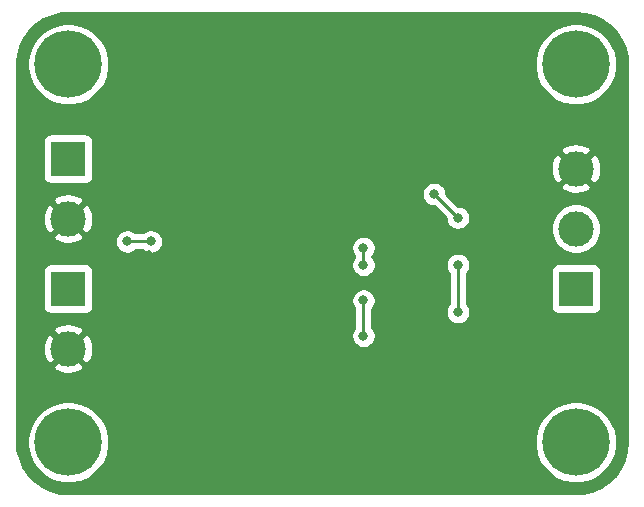
<source format=gbl>
G04 #@! TF.GenerationSoftware,KiCad,Pcbnew,(5.1.9)-1*
G04 #@! TF.CreationDate,2021-08-16T02:32:56+12:00*
G04 #@! TF.ProjectId,Input,496e7075-742e-46b6-9963-61645f706362,rev?*
G04 #@! TF.SameCoordinates,Original*
G04 #@! TF.FileFunction,Copper,L2,Bot*
G04 #@! TF.FilePolarity,Positive*
%FSLAX46Y46*%
G04 Gerber Fmt 4.6, Leading zero omitted, Abs format (unit mm)*
G04 Created by KiCad (PCBNEW (5.1.9)-1) date 2021-08-16 02:32:56*
%MOMM*%
%LPD*%
G01*
G04 APERTURE LIST*
G04 #@! TA.AperFunction,ComponentPad*
%ADD10C,3.000000*%
G04 #@! TD*
G04 #@! TA.AperFunction,ComponentPad*
%ADD11R,3.000000X3.000000*%
G04 #@! TD*
G04 #@! TA.AperFunction,ComponentPad*
%ADD12C,5.700000*%
G04 #@! TD*
G04 #@! TA.AperFunction,ViaPad*
%ADD13C,0.800000*%
G04 #@! TD*
G04 #@! TA.AperFunction,ViaPad*
%ADD14C,0.500000*%
G04 #@! TD*
G04 #@! TA.AperFunction,Conductor*
%ADD15C,0.250000*%
G04 #@! TD*
G04 #@! TA.AperFunction,Conductor*
%ADD16C,0.254000*%
G04 #@! TD*
G04 #@! TA.AperFunction,Conductor*
%ADD17C,0.100000*%
G04 #@! TD*
G04 APERTURE END LIST*
D10*
X183000000Y413160000D03*
X183000000Y408080000D03*
D11*
X183000000Y403000000D03*
D10*
X140000000Y397920000D03*
D11*
X140000000Y403000000D03*
D10*
X140000000Y408920000D03*
D11*
X140000000Y414000000D03*
D12*
X183000000Y390000000D03*
X140000000Y390000000D03*
X183000000Y422000000D03*
X140000000Y422000000D03*
D13*
X165000000Y406450000D03*
X165000000Y405000000D03*
X165000000Y399000000D03*
X165000000Y402000000D03*
D14*
X159910000Y410580000D03*
X158890000Y410590000D03*
X168420000Y403930000D03*
X168420000Y405030000D03*
X168490000Y403040000D03*
X161690000Y400530000D03*
X161700000Y401420000D03*
X161720000Y399620000D03*
X166390000Y401250000D03*
X160370000Y397050000D03*
X154460000Y398370000D03*
X152560000Y399760000D03*
X156040000Y403050000D03*
X154850000Y401850000D03*
X146870000Y406050000D03*
X148110000Y406000000D03*
X166430000Y397340000D03*
X170040000Y406210000D03*
X171100000Y406210000D03*
D13*
X145000000Y407000000D03*
X147000000Y407000000D03*
X171000000Y411000000D03*
X173000000Y409000000D03*
X173000000Y405000000D03*
X173000000Y401000000D03*
D15*
X165000000Y406450000D02*
X165000000Y405000000D01*
X165000000Y399000000D02*
X165000000Y402000000D01*
X145000000Y407000000D02*
X147000000Y407000000D01*
X171000000Y411000000D02*
X173000000Y409000000D01*
X173000000Y405000000D02*
X173000000Y401000000D01*
D16*
X183768083Y426268827D02*
X184511891Y426065344D01*
X185207905Y425733362D01*
X185834130Y425283374D01*
X186370777Y424729597D01*
X186800871Y424089549D01*
X187110829Y423383447D01*
X187292065Y422628543D01*
X187340000Y421975793D01*
X187340001Y390029403D01*
X187268827Y389231917D01*
X187065344Y388488110D01*
X186733363Y387792096D01*
X186283374Y387165870D01*
X185729597Y386629223D01*
X185089549Y386199129D01*
X184383447Y385889171D01*
X183628543Y385707935D01*
X182975793Y385660000D01*
X140029392Y385660000D01*
X139231917Y385731173D01*
X138488110Y385934656D01*
X137792096Y386266637D01*
X137165870Y386716626D01*
X136629223Y387270403D01*
X136199129Y387910451D01*
X135889171Y388616553D01*
X135707935Y389371457D01*
X135660000Y390024207D01*
X135660000Y390343242D01*
X136515000Y390343242D01*
X136515000Y389656758D01*
X136648927Y388983463D01*
X136911633Y388349234D01*
X137293024Y387778442D01*
X137778442Y387293024D01*
X138349234Y386911633D01*
X138983463Y386648927D01*
X139656758Y386515000D01*
X140343242Y386515000D01*
X141016537Y386648927D01*
X141650766Y386911633D01*
X142221558Y387293024D01*
X142706976Y387778442D01*
X143088367Y388349234D01*
X143351073Y388983463D01*
X143485000Y389656758D01*
X143485000Y390343242D01*
X179515000Y390343242D01*
X179515000Y389656758D01*
X179648927Y388983463D01*
X179911633Y388349234D01*
X180293024Y387778442D01*
X180778442Y387293024D01*
X181349234Y386911633D01*
X181983463Y386648927D01*
X182656758Y386515000D01*
X183343242Y386515000D01*
X184016537Y386648927D01*
X184650766Y386911633D01*
X185221558Y387293024D01*
X185706976Y387778442D01*
X186088367Y388349234D01*
X186351073Y388983463D01*
X186485000Y389656758D01*
X186485000Y390343242D01*
X186351073Y391016537D01*
X186088367Y391650766D01*
X185706976Y392221558D01*
X185221558Y392706976D01*
X184650766Y393088367D01*
X184016537Y393351073D01*
X183343242Y393485000D01*
X182656758Y393485000D01*
X181983463Y393351073D01*
X181349234Y393088367D01*
X180778442Y392706976D01*
X180293024Y392221558D01*
X179911633Y391650766D01*
X179648927Y391016537D01*
X179515000Y390343242D01*
X143485000Y390343242D01*
X143351073Y391016537D01*
X143088367Y391650766D01*
X142706976Y392221558D01*
X142221558Y392706976D01*
X141650766Y393088367D01*
X141016537Y393351073D01*
X140343242Y393485000D01*
X139656758Y393485000D01*
X138983463Y393351073D01*
X138349234Y393088367D01*
X137778442Y392706976D01*
X137293024Y392221558D01*
X136911633Y391650766D01*
X136648927Y391016537D01*
X136515000Y390343242D01*
X135660000Y390343242D01*
X135660000Y396428347D01*
X138687952Y396428347D01*
X138843962Y396112786D01*
X139218745Y395921980D01*
X139623551Y395807956D01*
X140042824Y395775098D01*
X140460451Y395824666D01*
X140860383Y395954757D01*
X141156038Y396112786D01*
X141312048Y396428347D01*
X140000000Y397740395D01*
X138687952Y396428347D01*
X135660000Y396428347D01*
X135660000Y397877176D01*
X137855098Y397877176D01*
X137904666Y397459549D01*
X138034757Y397059617D01*
X138192786Y396763962D01*
X138508347Y396607952D01*
X139820395Y397920000D01*
X140179605Y397920000D01*
X141491653Y396607952D01*
X141807214Y396763962D01*
X141998020Y397138745D01*
X142112044Y397543551D01*
X142144902Y397962824D01*
X142095334Y398380451D01*
X141965243Y398780383D01*
X141807214Y399076038D01*
X141491653Y399232048D01*
X140179605Y397920000D01*
X139820395Y397920000D01*
X138508347Y399232048D01*
X138192786Y399076038D01*
X138001980Y398701255D01*
X137887956Y398296449D01*
X137855098Y397877176D01*
X135660000Y397877176D01*
X135660000Y399411653D01*
X138687952Y399411653D01*
X140000000Y398099605D01*
X141312048Y399411653D01*
X141156038Y399727214D01*
X140781255Y399918020D01*
X140376449Y400032044D01*
X139957176Y400064902D01*
X139539549Y400015334D01*
X139139617Y399885243D01*
X138843962Y399727214D01*
X138687952Y399411653D01*
X135660000Y399411653D01*
X135660000Y404500000D01*
X137861928Y404500000D01*
X137861928Y401500000D01*
X137874188Y401375518D01*
X137910498Y401255820D01*
X137969463Y401145506D01*
X138048815Y401048815D01*
X138145506Y400969463D01*
X138255820Y400910498D01*
X138375518Y400874188D01*
X138500000Y400861928D01*
X141500000Y400861928D01*
X141624482Y400874188D01*
X141744180Y400910498D01*
X141854494Y400969463D01*
X141951185Y401048815D01*
X142030537Y401145506D01*
X142089502Y401255820D01*
X142125812Y401375518D01*
X142138072Y401500000D01*
X142138072Y402101939D01*
X163965000Y402101939D01*
X163965000Y401898061D01*
X164004774Y401698102D01*
X164082795Y401509744D01*
X164196063Y401340226D01*
X164240001Y401296288D01*
X164240000Y399703711D01*
X164196063Y399659774D01*
X164082795Y399490256D01*
X164004774Y399301898D01*
X163965000Y399101939D01*
X163965000Y398898061D01*
X164004774Y398698102D01*
X164082795Y398509744D01*
X164196063Y398340226D01*
X164340226Y398196063D01*
X164509744Y398082795D01*
X164698102Y398004774D01*
X164898061Y397965000D01*
X165101939Y397965000D01*
X165301898Y398004774D01*
X165490256Y398082795D01*
X165659774Y398196063D01*
X165803937Y398340226D01*
X165917205Y398509744D01*
X165995226Y398698102D01*
X166035000Y398898061D01*
X166035000Y399101939D01*
X165995226Y399301898D01*
X165917205Y399490256D01*
X165803937Y399659774D01*
X165760000Y399703711D01*
X165760000Y401296289D01*
X165803937Y401340226D01*
X165917205Y401509744D01*
X165995226Y401698102D01*
X166035000Y401898061D01*
X166035000Y402101939D01*
X165995226Y402301898D01*
X165917205Y402490256D01*
X165803937Y402659774D01*
X165659774Y402803937D01*
X165490256Y402917205D01*
X165301898Y402995226D01*
X165101939Y403035000D01*
X164898061Y403035000D01*
X164698102Y402995226D01*
X164509744Y402917205D01*
X164340226Y402803937D01*
X164196063Y402659774D01*
X164082795Y402490256D01*
X164004774Y402301898D01*
X163965000Y402101939D01*
X142138072Y402101939D01*
X142138072Y404500000D01*
X142125812Y404624482D01*
X142089502Y404744180D01*
X142030537Y404854494D01*
X141951185Y404951185D01*
X141854494Y405030537D01*
X141744180Y405089502D01*
X141624482Y405125812D01*
X141500000Y405138072D01*
X138500000Y405138072D01*
X138375518Y405125812D01*
X138255820Y405089502D01*
X138145506Y405030537D01*
X138048815Y404951185D01*
X137969463Y404854494D01*
X137910498Y404744180D01*
X137874188Y404624482D01*
X137861928Y404500000D01*
X135660000Y404500000D01*
X135660000Y407428347D01*
X138687952Y407428347D01*
X138843962Y407112786D01*
X139218745Y406921980D01*
X139623551Y406807956D01*
X140042824Y406775098D01*
X140460451Y406824666D01*
X140860383Y406954757D01*
X141135744Y407101939D01*
X143965000Y407101939D01*
X143965000Y406898061D01*
X144004774Y406698102D01*
X144082795Y406509744D01*
X144196063Y406340226D01*
X144340226Y406196063D01*
X144509744Y406082795D01*
X144698102Y406004774D01*
X144898061Y405965000D01*
X145101939Y405965000D01*
X145301898Y406004774D01*
X145490256Y406082795D01*
X145659774Y406196063D01*
X145703711Y406240000D01*
X146296289Y406240000D01*
X146340226Y406196063D01*
X146509744Y406082795D01*
X146698102Y406004774D01*
X146898061Y405965000D01*
X147101939Y405965000D01*
X147301898Y406004774D01*
X147490256Y406082795D01*
X147659774Y406196063D01*
X147803937Y406340226D01*
X147917205Y406509744D01*
X147934682Y406551939D01*
X163965000Y406551939D01*
X163965000Y406348061D01*
X164004774Y406148102D01*
X164082795Y405959744D01*
X164196063Y405790226D01*
X164240000Y405746289D01*
X164240001Y405703712D01*
X164196063Y405659774D01*
X164082795Y405490256D01*
X164004774Y405301898D01*
X163965000Y405101939D01*
X163965000Y404898061D01*
X164004774Y404698102D01*
X164082795Y404509744D01*
X164196063Y404340226D01*
X164340226Y404196063D01*
X164509744Y404082795D01*
X164698102Y404004774D01*
X164898061Y403965000D01*
X165101939Y403965000D01*
X165301898Y404004774D01*
X165490256Y404082795D01*
X165659774Y404196063D01*
X165803937Y404340226D01*
X165917205Y404509744D01*
X165995226Y404698102D01*
X166035000Y404898061D01*
X166035000Y405101939D01*
X171965000Y405101939D01*
X171965000Y404898061D01*
X172004774Y404698102D01*
X172082795Y404509744D01*
X172196063Y404340226D01*
X172240000Y404296289D01*
X172240001Y401703712D01*
X172196063Y401659774D01*
X172082795Y401490256D01*
X172004774Y401301898D01*
X171965000Y401101939D01*
X171965000Y400898061D01*
X172004774Y400698102D01*
X172082795Y400509744D01*
X172196063Y400340226D01*
X172340226Y400196063D01*
X172509744Y400082795D01*
X172698102Y400004774D01*
X172898061Y399965000D01*
X173101939Y399965000D01*
X173301898Y400004774D01*
X173490256Y400082795D01*
X173659774Y400196063D01*
X173803937Y400340226D01*
X173917205Y400509744D01*
X173995226Y400698102D01*
X174035000Y400898061D01*
X174035000Y401101939D01*
X173995226Y401301898D01*
X173917205Y401490256D01*
X173803937Y401659774D01*
X173760000Y401703711D01*
X173760000Y404296289D01*
X173803937Y404340226D01*
X173910694Y404500000D01*
X180861928Y404500000D01*
X180861928Y401500000D01*
X180874188Y401375518D01*
X180910498Y401255820D01*
X180969463Y401145506D01*
X181048815Y401048815D01*
X181145506Y400969463D01*
X181255820Y400910498D01*
X181375518Y400874188D01*
X181500000Y400861928D01*
X184500000Y400861928D01*
X184624482Y400874188D01*
X184744180Y400910498D01*
X184854494Y400969463D01*
X184951185Y401048815D01*
X185030537Y401145506D01*
X185089502Y401255820D01*
X185125812Y401375518D01*
X185138072Y401500000D01*
X185138072Y404500000D01*
X185125812Y404624482D01*
X185089502Y404744180D01*
X185030537Y404854494D01*
X184951185Y404951185D01*
X184854494Y405030537D01*
X184744180Y405089502D01*
X184624482Y405125812D01*
X184500000Y405138072D01*
X181500000Y405138072D01*
X181375518Y405125812D01*
X181255820Y405089502D01*
X181145506Y405030537D01*
X181048815Y404951185D01*
X180969463Y404854494D01*
X180910498Y404744180D01*
X180874188Y404624482D01*
X180861928Y404500000D01*
X173910694Y404500000D01*
X173917205Y404509744D01*
X173995226Y404698102D01*
X174035000Y404898061D01*
X174035000Y405101939D01*
X173995226Y405301898D01*
X173917205Y405490256D01*
X173803937Y405659774D01*
X173659774Y405803937D01*
X173490256Y405917205D01*
X173301898Y405995226D01*
X173101939Y406035000D01*
X172898061Y406035000D01*
X172698102Y405995226D01*
X172509744Y405917205D01*
X172340226Y405803937D01*
X172196063Y405659774D01*
X172082795Y405490256D01*
X172004774Y405301898D01*
X171965000Y405101939D01*
X166035000Y405101939D01*
X165995226Y405301898D01*
X165917205Y405490256D01*
X165803937Y405659774D01*
X165760000Y405703711D01*
X165760000Y405746289D01*
X165803937Y405790226D01*
X165917205Y405959744D01*
X165995226Y406148102D01*
X166035000Y406348061D01*
X166035000Y406551939D01*
X165995226Y406751898D01*
X165917205Y406940256D01*
X165803937Y407109774D01*
X165659774Y407253937D01*
X165490256Y407367205D01*
X165301898Y407445226D01*
X165101939Y407485000D01*
X164898061Y407485000D01*
X164698102Y407445226D01*
X164509744Y407367205D01*
X164340226Y407253937D01*
X164196063Y407109774D01*
X164082795Y406940256D01*
X164004774Y406751898D01*
X163965000Y406551939D01*
X147934682Y406551939D01*
X147995226Y406698102D01*
X148035000Y406898061D01*
X148035000Y407101939D01*
X147995226Y407301898D01*
X147917205Y407490256D01*
X147803937Y407659774D01*
X147659774Y407803937D01*
X147490256Y407917205D01*
X147301898Y407995226D01*
X147101939Y408035000D01*
X146898061Y408035000D01*
X146698102Y407995226D01*
X146509744Y407917205D01*
X146340226Y407803937D01*
X146296289Y407760000D01*
X145703711Y407760000D01*
X145659774Y407803937D01*
X145490256Y407917205D01*
X145301898Y407995226D01*
X145101939Y408035000D01*
X144898061Y408035000D01*
X144698102Y407995226D01*
X144509744Y407917205D01*
X144340226Y407803937D01*
X144196063Y407659774D01*
X144082795Y407490256D01*
X144004774Y407301898D01*
X143965000Y407101939D01*
X141135744Y407101939D01*
X141156038Y407112786D01*
X141312048Y407428347D01*
X140000000Y408740395D01*
X138687952Y407428347D01*
X135660000Y407428347D01*
X135660000Y408877176D01*
X137855098Y408877176D01*
X137904666Y408459549D01*
X138034757Y408059617D01*
X138192786Y407763962D01*
X138508347Y407607952D01*
X139820395Y408920000D01*
X140179605Y408920000D01*
X141491653Y407607952D01*
X141807214Y407763962D01*
X141998020Y408138745D01*
X142112044Y408543551D01*
X142144902Y408962824D01*
X142095334Y409380451D01*
X141965243Y409780383D01*
X141807214Y410076038D01*
X141491653Y410232048D01*
X140179605Y408920000D01*
X139820395Y408920000D01*
X138508347Y410232048D01*
X138192786Y410076038D01*
X138001980Y409701255D01*
X137887956Y409296449D01*
X137855098Y408877176D01*
X135660000Y408877176D01*
X135660000Y410411653D01*
X138687952Y410411653D01*
X140000000Y409099605D01*
X141312048Y410411653D01*
X141156038Y410727214D01*
X140781255Y410918020D01*
X140376449Y411032044D01*
X139957176Y411064902D01*
X139539549Y411015334D01*
X139139617Y410885243D01*
X138843962Y410727214D01*
X138687952Y410411653D01*
X135660000Y410411653D01*
X135660000Y411101939D01*
X169965000Y411101939D01*
X169965000Y410898061D01*
X170004774Y410698102D01*
X170082795Y410509744D01*
X170196063Y410340226D01*
X170340226Y410196063D01*
X170509744Y410082795D01*
X170698102Y410004774D01*
X170898061Y409965000D01*
X170960199Y409965000D01*
X171965000Y408960198D01*
X171965000Y408898061D01*
X172004774Y408698102D01*
X172082795Y408509744D01*
X172196063Y408340226D01*
X172340226Y408196063D01*
X172509744Y408082795D01*
X172698102Y408004774D01*
X172898061Y407965000D01*
X173101939Y407965000D01*
X173301898Y408004774D01*
X173490256Y408082795D01*
X173659774Y408196063D01*
X173753990Y408290279D01*
X180865000Y408290279D01*
X180865000Y407869721D01*
X180947047Y407457244D01*
X181107988Y407068698D01*
X181341637Y406719017D01*
X181639017Y406421637D01*
X181988698Y406187988D01*
X182377244Y406027047D01*
X182789721Y405945000D01*
X183210279Y405945000D01*
X183622756Y406027047D01*
X184011302Y406187988D01*
X184360983Y406421637D01*
X184658363Y406719017D01*
X184892012Y407068698D01*
X185052953Y407457244D01*
X185135000Y407869721D01*
X185135000Y408290279D01*
X185052953Y408702756D01*
X184892012Y409091302D01*
X184658363Y409440983D01*
X184360983Y409738363D01*
X184011302Y409972012D01*
X183622756Y410132953D01*
X183210279Y410215000D01*
X182789721Y410215000D01*
X182377244Y410132953D01*
X181988698Y409972012D01*
X181639017Y409738363D01*
X181341637Y409440983D01*
X181107988Y409091302D01*
X180947047Y408702756D01*
X180865000Y408290279D01*
X173753990Y408290279D01*
X173803937Y408340226D01*
X173917205Y408509744D01*
X173995226Y408698102D01*
X174035000Y408898061D01*
X174035000Y409101939D01*
X173995226Y409301898D01*
X173917205Y409490256D01*
X173803937Y409659774D01*
X173659774Y409803937D01*
X173490256Y409917205D01*
X173301898Y409995226D01*
X173101939Y410035000D01*
X173039802Y410035000D01*
X172035000Y411039801D01*
X172035000Y411101939D01*
X171995226Y411301898D01*
X171917205Y411490256D01*
X171803937Y411659774D01*
X171795364Y411668347D01*
X181687952Y411668347D01*
X181843962Y411352786D01*
X182218745Y411161980D01*
X182623551Y411047956D01*
X183042824Y411015098D01*
X183460451Y411064666D01*
X183860383Y411194757D01*
X184156038Y411352786D01*
X184312048Y411668347D01*
X183000000Y412980395D01*
X181687952Y411668347D01*
X171795364Y411668347D01*
X171659774Y411803937D01*
X171490256Y411917205D01*
X171301898Y411995226D01*
X171101939Y412035000D01*
X170898061Y412035000D01*
X170698102Y411995226D01*
X170509744Y411917205D01*
X170340226Y411803937D01*
X170196063Y411659774D01*
X170082795Y411490256D01*
X170004774Y411301898D01*
X169965000Y411101939D01*
X135660000Y411101939D01*
X135660000Y415500000D01*
X137861928Y415500000D01*
X137861928Y412500000D01*
X137874188Y412375518D01*
X137910498Y412255820D01*
X137969463Y412145506D01*
X138048815Y412048815D01*
X138145506Y411969463D01*
X138255820Y411910498D01*
X138375518Y411874188D01*
X138500000Y411861928D01*
X141500000Y411861928D01*
X141624482Y411874188D01*
X141744180Y411910498D01*
X141854494Y411969463D01*
X141951185Y412048815D01*
X142030537Y412145506D01*
X142089502Y412255820D01*
X142125812Y412375518D01*
X142138072Y412500000D01*
X142138072Y413117176D01*
X180855098Y413117176D01*
X180904666Y412699549D01*
X181034757Y412299617D01*
X181192786Y412003962D01*
X181508347Y411847952D01*
X182820395Y413160000D01*
X183179605Y413160000D01*
X184491653Y411847952D01*
X184807214Y412003962D01*
X184998020Y412378745D01*
X185112044Y412783551D01*
X185144902Y413202824D01*
X185095334Y413620451D01*
X184965243Y414020383D01*
X184807214Y414316038D01*
X184491653Y414472048D01*
X183179605Y413160000D01*
X182820395Y413160000D01*
X181508347Y414472048D01*
X181192786Y414316038D01*
X181001980Y413941255D01*
X180887956Y413536449D01*
X180855098Y413117176D01*
X142138072Y413117176D01*
X142138072Y414651653D01*
X181687952Y414651653D01*
X183000000Y413339605D01*
X184312048Y414651653D01*
X184156038Y414967214D01*
X183781255Y415158020D01*
X183376449Y415272044D01*
X182957176Y415304902D01*
X182539549Y415255334D01*
X182139617Y415125243D01*
X181843962Y414967214D01*
X181687952Y414651653D01*
X142138072Y414651653D01*
X142138072Y415500000D01*
X142125812Y415624482D01*
X142089502Y415744180D01*
X142030537Y415854494D01*
X141951185Y415951185D01*
X141854494Y416030537D01*
X141744180Y416089502D01*
X141624482Y416125812D01*
X141500000Y416138072D01*
X138500000Y416138072D01*
X138375518Y416125812D01*
X138255820Y416089502D01*
X138145506Y416030537D01*
X138048815Y415951185D01*
X137969463Y415854494D01*
X137910498Y415744180D01*
X137874188Y415624482D01*
X137861928Y415500000D01*
X135660000Y415500000D01*
X135660000Y421970608D01*
X135693256Y422343242D01*
X136515000Y422343242D01*
X136515000Y421656758D01*
X136648927Y420983463D01*
X136911633Y420349234D01*
X137293024Y419778442D01*
X137778442Y419293024D01*
X138349234Y418911633D01*
X138983463Y418648927D01*
X139656758Y418515000D01*
X140343242Y418515000D01*
X141016537Y418648927D01*
X141650766Y418911633D01*
X142221558Y419293024D01*
X142706976Y419778442D01*
X143088367Y420349234D01*
X143351073Y420983463D01*
X143485000Y421656758D01*
X143485000Y422343242D01*
X179515000Y422343242D01*
X179515000Y421656758D01*
X179648927Y420983463D01*
X179911633Y420349234D01*
X180293024Y419778442D01*
X180778442Y419293024D01*
X181349234Y418911633D01*
X181983463Y418648927D01*
X182656758Y418515000D01*
X183343242Y418515000D01*
X184016537Y418648927D01*
X184650766Y418911633D01*
X185221558Y419293024D01*
X185706976Y419778442D01*
X186088367Y420349234D01*
X186351073Y420983463D01*
X186485000Y421656758D01*
X186485000Y422343242D01*
X186351073Y423016537D01*
X186088367Y423650766D01*
X185706976Y424221558D01*
X185221558Y424706976D01*
X184650766Y425088367D01*
X184016537Y425351073D01*
X183343242Y425485000D01*
X182656758Y425485000D01*
X181983463Y425351073D01*
X181349234Y425088367D01*
X180778442Y424706976D01*
X180293024Y424221558D01*
X179911633Y423650766D01*
X179648927Y423016537D01*
X179515000Y422343242D01*
X143485000Y422343242D01*
X143351073Y423016537D01*
X143088367Y423650766D01*
X142706976Y424221558D01*
X142221558Y424706976D01*
X141650766Y425088367D01*
X141016537Y425351073D01*
X140343242Y425485000D01*
X139656758Y425485000D01*
X138983463Y425351073D01*
X138349234Y425088367D01*
X137778442Y424706976D01*
X137293024Y424221558D01*
X136911633Y423650766D01*
X136648927Y423016537D01*
X136515000Y422343242D01*
X135693256Y422343242D01*
X135731173Y422768083D01*
X135934656Y423511891D01*
X136266638Y424207905D01*
X136716626Y424834130D01*
X137270403Y425370777D01*
X137910451Y425800871D01*
X138616553Y426110829D01*
X139371457Y426292065D01*
X140024207Y426340000D01*
X182970608Y426340000D01*
X183768083Y426268827D01*
G04 #@! TA.AperFunction,Conductor*
D17*
G36*
X183768083Y426268827D02*
G01*
X184511891Y426065344D01*
X185207905Y425733362D01*
X185834130Y425283374D01*
X186370777Y424729597D01*
X186800871Y424089549D01*
X187110829Y423383447D01*
X187292065Y422628543D01*
X187340000Y421975793D01*
X187340001Y390029403D01*
X187268827Y389231917D01*
X187065344Y388488110D01*
X186733363Y387792096D01*
X186283374Y387165870D01*
X185729597Y386629223D01*
X185089549Y386199129D01*
X184383447Y385889171D01*
X183628543Y385707935D01*
X182975793Y385660000D01*
X140029392Y385660000D01*
X139231917Y385731173D01*
X138488110Y385934656D01*
X137792096Y386266637D01*
X137165870Y386716626D01*
X136629223Y387270403D01*
X136199129Y387910451D01*
X135889171Y388616553D01*
X135707935Y389371457D01*
X135660000Y390024207D01*
X135660000Y390343242D01*
X136515000Y390343242D01*
X136515000Y389656758D01*
X136648927Y388983463D01*
X136911633Y388349234D01*
X137293024Y387778442D01*
X137778442Y387293024D01*
X138349234Y386911633D01*
X138983463Y386648927D01*
X139656758Y386515000D01*
X140343242Y386515000D01*
X141016537Y386648927D01*
X141650766Y386911633D01*
X142221558Y387293024D01*
X142706976Y387778442D01*
X143088367Y388349234D01*
X143351073Y388983463D01*
X143485000Y389656758D01*
X143485000Y390343242D01*
X179515000Y390343242D01*
X179515000Y389656758D01*
X179648927Y388983463D01*
X179911633Y388349234D01*
X180293024Y387778442D01*
X180778442Y387293024D01*
X181349234Y386911633D01*
X181983463Y386648927D01*
X182656758Y386515000D01*
X183343242Y386515000D01*
X184016537Y386648927D01*
X184650766Y386911633D01*
X185221558Y387293024D01*
X185706976Y387778442D01*
X186088367Y388349234D01*
X186351073Y388983463D01*
X186485000Y389656758D01*
X186485000Y390343242D01*
X186351073Y391016537D01*
X186088367Y391650766D01*
X185706976Y392221558D01*
X185221558Y392706976D01*
X184650766Y393088367D01*
X184016537Y393351073D01*
X183343242Y393485000D01*
X182656758Y393485000D01*
X181983463Y393351073D01*
X181349234Y393088367D01*
X180778442Y392706976D01*
X180293024Y392221558D01*
X179911633Y391650766D01*
X179648927Y391016537D01*
X179515000Y390343242D01*
X143485000Y390343242D01*
X143351073Y391016537D01*
X143088367Y391650766D01*
X142706976Y392221558D01*
X142221558Y392706976D01*
X141650766Y393088367D01*
X141016537Y393351073D01*
X140343242Y393485000D01*
X139656758Y393485000D01*
X138983463Y393351073D01*
X138349234Y393088367D01*
X137778442Y392706976D01*
X137293024Y392221558D01*
X136911633Y391650766D01*
X136648927Y391016537D01*
X136515000Y390343242D01*
X135660000Y390343242D01*
X135660000Y396428347D01*
X138687952Y396428347D01*
X138843962Y396112786D01*
X139218745Y395921980D01*
X139623551Y395807956D01*
X140042824Y395775098D01*
X140460451Y395824666D01*
X140860383Y395954757D01*
X141156038Y396112786D01*
X141312048Y396428347D01*
X140000000Y397740395D01*
X138687952Y396428347D01*
X135660000Y396428347D01*
X135660000Y397877176D01*
X137855098Y397877176D01*
X137904666Y397459549D01*
X138034757Y397059617D01*
X138192786Y396763962D01*
X138508347Y396607952D01*
X139820395Y397920000D01*
X140179605Y397920000D01*
X141491653Y396607952D01*
X141807214Y396763962D01*
X141998020Y397138745D01*
X142112044Y397543551D01*
X142144902Y397962824D01*
X142095334Y398380451D01*
X141965243Y398780383D01*
X141807214Y399076038D01*
X141491653Y399232048D01*
X140179605Y397920000D01*
X139820395Y397920000D01*
X138508347Y399232048D01*
X138192786Y399076038D01*
X138001980Y398701255D01*
X137887956Y398296449D01*
X137855098Y397877176D01*
X135660000Y397877176D01*
X135660000Y399411653D01*
X138687952Y399411653D01*
X140000000Y398099605D01*
X141312048Y399411653D01*
X141156038Y399727214D01*
X140781255Y399918020D01*
X140376449Y400032044D01*
X139957176Y400064902D01*
X139539549Y400015334D01*
X139139617Y399885243D01*
X138843962Y399727214D01*
X138687952Y399411653D01*
X135660000Y399411653D01*
X135660000Y404500000D01*
X137861928Y404500000D01*
X137861928Y401500000D01*
X137874188Y401375518D01*
X137910498Y401255820D01*
X137969463Y401145506D01*
X138048815Y401048815D01*
X138145506Y400969463D01*
X138255820Y400910498D01*
X138375518Y400874188D01*
X138500000Y400861928D01*
X141500000Y400861928D01*
X141624482Y400874188D01*
X141744180Y400910498D01*
X141854494Y400969463D01*
X141951185Y401048815D01*
X142030537Y401145506D01*
X142089502Y401255820D01*
X142125812Y401375518D01*
X142138072Y401500000D01*
X142138072Y402101939D01*
X163965000Y402101939D01*
X163965000Y401898061D01*
X164004774Y401698102D01*
X164082795Y401509744D01*
X164196063Y401340226D01*
X164240001Y401296288D01*
X164240000Y399703711D01*
X164196063Y399659774D01*
X164082795Y399490256D01*
X164004774Y399301898D01*
X163965000Y399101939D01*
X163965000Y398898061D01*
X164004774Y398698102D01*
X164082795Y398509744D01*
X164196063Y398340226D01*
X164340226Y398196063D01*
X164509744Y398082795D01*
X164698102Y398004774D01*
X164898061Y397965000D01*
X165101939Y397965000D01*
X165301898Y398004774D01*
X165490256Y398082795D01*
X165659774Y398196063D01*
X165803937Y398340226D01*
X165917205Y398509744D01*
X165995226Y398698102D01*
X166035000Y398898061D01*
X166035000Y399101939D01*
X165995226Y399301898D01*
X165917205Y399490256D01*
X165803937Y399659774D01*
X165760000Y399703711D01*
X165760000Y401296289D01*
X165803937Y401340226D01*
X165917205Y401509744D01*
X165995226Y401698102D01*
X166035000Y401898061D01*
X166035000Y402101939D01*
X165995226Y402301898D01*
X165917205Y402490256D01*
X165803937Y402659774D01*
X165659774Y402803937D01*
X165490256Y402917205D01*
X165301898Y402995226D01*
X165101939Y403035000D01*
X164898061Y403035000D01*
X164698102Y402995226D01*
X164509744Y402917205D01*
X164340226Y402803937D01*
X164196063Y402659774D01*
X164082795Y402490256D01*
X164004774Y402301898D01*
X163965000Y402101939D01*
X142138072Y402101939D01*
X142138072Y404500000D01*
X142125812Y404624482D01*
X142089502Y404744180D01*
X142030537Y404854494D01*
X141951185Y404951185D01*
X141854494Y405030537D01*
X141744180Y405089502D01*
X141624482Y405125812D01*
X141500000Y405138072D01*
X138500000Y405138072D01*
X138375518Y405125812D01*
X138255820Y405089502D01*
X138145506Y405030537D01*
X138048815Y404951185D01*
X137969463Y404854494D01*
X137910498Y404744180D01*
X137874188Y404624482D01*
X137861928Y404500000D01*
X135660000Y404500000D01*
X135660000Y407428347D01*
X138687952Y407428347D01*
X138843962Y407112786D01*
X139218745Y406921980D01*
X139623551Y406807956D01*
X140042824Y406775098D01*
X140460451Y406824666D01*
X140860383Y406954757D01*
X141135744Y407101939D01*
X143965000Y407101939D01*
X143965000Y406898061D01*
X144004774Y406698102D01*
X144082795Y406509744D01*
X144196063Y406340226D01*
X144340226Y406196063D01*
X144509744Y406082795D01*
X144698102Y406004774D01*
X144898061Y405965000D01*
X145101939Y405965000D01*
X145301898Y406004774D01*
X145490256Y406082795D01*
X145659774Y406196063D01*
X145703711Y406240000D01*
X146296289Y406240000D01*
X146340226Y406196063D01*
X146509744Y406082795D01*
X146698102Y406004774D01*
X146898061Y405965000D01*
X147101939Y405965000D01*
X147301898Y406004774D01*
X147490256Y406082795D01*
X147659774Y406196063D01*
X147803937Y406340226D01*
X147917205Y406509744D01*
X147934682Y406551939D01*
X163965000Y406551939D01*
X163965000Y406348061D01*
X164004774Y406148102D01*
X164082795Y405959744D01*
X164196063Y405790226D01*
X164240000Y405746289D01*
X164240001Y405703712D01*
X164196063Y405659774D01*
X164082795Y405490256D01*
X164004774Y405301898D01*
X163965000Y405101939D01*
X163965000Y404898061D01*
X164004774Y404698102D01*
X164082795Y404509744D01*
X164196063Y404340226D01*
X164340226Y404196063D01*
X164509744Y404082795D01*
X164698102Y404004774D01*
X164898061Y403965000D01*
X165101939Y403965000D01*
X165301898Y404004774D01*
X165490256Y404082795D01*
X165659774Y404196063D01*
X165803937Y404340226D01*
X165917205Y404509744D01*
X165995226Y404698102D01*
X166035000Y404898061D01*
X166035000Y405101939D01*
X171965000Y405101939D01*
X171965000Y404898061D01*
X172004774Y404698102D01*
X172082795Y404509744D01*
X172196063Y404340226D01*
X172240000Y404296289D01*
X172240001Y401703712D01*
X172196063Y401659774D01*
X172082795Y401490256D01*
X172004774Y401301898D01*
X171965000Y401101939D01*
X171965000Y400898061D01*
X172004774Y400698102D01*
X172082795Y400509744D01*
X172196063Y400340226D01*
X172340226Y400196063D01*
X172509744Y400082795D01*
X172698102Y400004774D01*
X172898061Y399965000D01*
X173101939Y399965000D01*
X173301898Y400004774D01*
X173490256Y400082795D01*
X173659774Y400196063D01*
X173803937Y400340226D01*
X173917205Y400509744D01*
X173995226Y400698102D01*
X174035000Y400898061D01*
X174035000Y401101939D01*
X173995226Y401301898D01*
X173917205Y401490256D01*
X173803937Y401659774D01*
X173760000Y401703711D01*
X173760000Y404296289D01*
X173803937Y404340226D01*
X173910694Y404500000D01*
X180861928Y404500000D01*
X180861928Y401500000D01*
X180874188Y401375518D01*
X180910498Y401255820D01*
X180969463Y401145506D01*
X181048815Y401048815D01*
X181145506Y400969463D01*
X181255820Y400910498D01*
X181375518Y400874188D01*
X181500000Y400861928D01*
X184500000Y400861928D01*
X184624482Y400874188D01*
X184744180Y400910498D01*
X184854494Y400969463D01*
X184951185Y401048815D01*
X185030537Y401145506D01*
X185089502Y401255820D01*
X185125812Y401375518D01*
X185138072Y401500000D01*
X185138072Y404500000D01*
X185125812Y404624482D01*
X185089502Y404744180D01*
X185030537Y404854494D01*
X184951185Y404951185D01*
X184854494Y405030537D01*
X184744180Y405089502D01*
X184624482Y405125812D01*
X184500000Y405138072D01*
X181500000Y405138072D01*
X181375518Y405125812D01*
X181255820Y405089502D01*
X181145506Y405030537D01*
X181048815Y404951185D01*
X180969463Y404854494D01*
X180910498Y404744180D01*
X180874188Y404624482D01*
X180861928Y404500000D01*
X173910694Y404500000D01*
X173917205Y404509744D01*
X173995226Y404698102D01*
X174035000Y404898061D01*
X174035000Y405101939D01*
X173995226Y405301898D01*
X173917205Y405490256D01*
X173803937Y405659774D01*
X173659774Y405803937D01*
X173490256Y405917205D01*
X173301898Y405995226D01*
X173101939Y406035000D01*
X172898061Y406035000D01*
X172698102Y405995226D01*
X172509744Y405917205D01*
X172340226Y405803937D01*
X172196063Y405659774D01*
X172082795Y405490256D01*
X172004774Y405301898D01*
X171965000Y405101939D01*
X166035000Y405101939D01*
X165995226Y405301898D01*
X165917205Y405490256D01*
X165803937Y405659774D01*
X165760000Y405703711D01*
X165760000Y405746289D01*
X165803937Y405790226D01*
X165917205Y405959744D01*
X165995226Y406148102D01*
X166035000Y406348061D01*
X166035000Y406551939D01*
X165995226Y406751898D01*
X165917205Y406940256D01*
X165803937Y407109774D01*
X165659774Y407253937D01*
X165490256Y407367205D01*
X165301898Y407445226D01*
X165101939Y407485000D01*
X164898061Y407485000D01*
X164698102Y407445226D01*
X164509744Y407367205D01*
X164340226Y407253937D01*
X164196063Y407109774D01*
X164082795Y406940256D01*
X164004774Y406751898D01*
X163965000Y406551939D01*
X147934682Y406551939D01*
X147995226Y406698102D01*
X148035000Y406898061D01*
X148035000Y407101939D01*
X147995226Y407301898D01*
X147917205Y407490256D01*
X147803937Y407659774D01*
X147659774Y407803937D01*
X147490256Y407917205D01*
X147301898Y407995226D01*
X147101939Y408035000D01*
X146898061Y408035000D01*
X146698102Y407995226D01*
X146509744Y407917205D01*
X146340226Y407803937D01*
X146296289Y407760000D01*
X145703711Y407760000D01*
X145659774Y407803937D01*
X145490256Y407917205D01*
X145301898Y407995226D01*
X145101939Y408035000D01*
X144898061Y408035000D01*
X144698102Y407995226D01*
X144509744Y407917205D01*
X144340226Y407803937D01*
X144196063Y407659774D01*
X144082795Y407490256D01*
X144004774Y407301898D01*
X143965000Y407101939D01*
X141135744Y407101939D01*
X141156038Y407112786D01*
X141312048Y407428347D01*
X140000000Y408740395D01*
X138687952Y407428347D01*
X135660000Y407428347D01*
X135660000Y408877176D01*
X137855098Y408877176D01*
X137904666Y408459549D01*
X138034757Y408059617D01*
X138192786Y407763962D01*
X138508347Y407607952D01*
X139820395Y408920000D01*
X140179605Y408920000D01*
X141491653Y407607952D01*
X141807214Y407763962D01*
X141998020Y408138745D01*
X142112044Y408543551D01*
X142144902Y408962824D01*
X142095334Y409380451D01*
X141965243Y409780383D01*
X141807214Y410076038D01*
X141491653Y410232048D01*
X140179605Y408920000D01*
X139820395Y408920000D01*
X138508347Y410232048D01*
X138192786Y410076038D01*
X138001980Y409701255D01*
X137887956Y409296449D01*
X137855098Y408877176D01*
X135660000Y408877176D01*
X135660000Y410411653D01*
X138687952Y410411653D01*
X140000000Y409099605D01*
X141312048Y410411653D01*
X141156038Y410727214D01*
X140781255Y410918020D01*
X140376449Y411032044D01*
X139957176Y411064902D01*
X139539549Y411015334D01*
X139139617Y410885243D01*
X138843962Y410727214D01*
X138687952Y410411653D01*
X135660000Y410411653D01*
X135660000Y411101939D01*
X169965000Y411101939D01*
X169965000Y410898061D01*
X170004774Y410698102D01*
X170082795Y410509744D01*
X170196063Y410340226D01*
X170340226Y410196063D01*
X170509744Y410082795D01*
X170698102Y410004774D01*
X170898061Y409965000D01*
X170960199Y409965000D01*
X171965000Y408960198D01*
X171965000Y408898061D01*
X172004774Y408698102D01*
X172082795Y408509744D01*
X172196063Y408340226D01*
X172340226Y408196063D01*
X172509744Y408082795D01*
X172698102Y408004774D01*
X172898061Y407965000D01*
X173101939Y407965000D01*
X173301898Y408004774D01*
X173490256Y408082795D01*
X173659774Y408196063D01*
X173753990Y408290279D01*
X180865000Y408290279D01*
X180865000Y407869721D01*
X180947047Y407457244D01*
X181107988Y407068698D01*
X181341637Y406719017D01*
X181639017Y406421637D01*
X181988698Y406187988D01*
X182377244Y406027047D01*
X182789721Y405945000D01*
X183210279Y405945000D01*
X183622756Y406027047D01*
X184011302Y406187988D01*
X184360983Y406421637D01*
X184658363Y406719017D01*
X184892012Y407068698D01*
X185052953Y407457244D01*
X185135000Y407869721D01*
X185135000Y408290279D01*
X185052953Y408702756D01*
X184892012Y409091302D01*
X184658363Y409440983D01*
X184360983Y409738363D01*
X184011302Y409972012D01*
X183622756Y410132953D01*
X183210279Y410215000D01*
X182789721Y410215000D01*
X182377244Y410132953D01*
X181988698Y409972012D01*
X181639017Y409738363D01*
X181341637Y409440983D01*
X181107988Y409091302D01*
X180947047Y408702756D01*
X180865000Y408290279D01*
X173753990Y408290279D01*
X173803937Y408340226D01*
X173917205Y408509744D01*
X173995226Y408698102D01*
X174035000Y408898061D01*
X174035000Y409101939D01*
X173995226Y409301898D01*
X173917205Y409490256D01*
X173803937Y409659774D01*
X173659774Y409803937D01*
X173490256Y409917205D01*
X173301898Y409995226D01*
X173101939Y410035000D01*
X173039802Y410035000D01*
X172035000Y411039801D01*
X172035000Y411101939D01*
X171995226Y411301898D01*
X171917205Y411490256D01*
X171803937Y411659774D01*
X171795364Y411668347D01*
X181687952Y411668347D01*
X181843962Y411352786D01*
X182218745Y411161980D01*
X182623551Y411047956D01*
X183042824Y411015098D01*
X183460451Y411064666D01*
X183860383Y411194757D01*
X184156038Y411352786D01*
X184312048Y411668347D01*
X183000000Y412980395D01*
X181687952Y411668347D01*
X171795364Y411668347D01*
X171659774Y411803937D01*
X171490256Y411917205D01*
X171301898Y411995226D01*
X171101939Y412035000D01*
X170898061Y412035000D01*
X170698102Y411995226D01*
X170509744Y411917205D01*
X170340226Y411803937D01*
X170196063Y411659774D01*
X170082795Y411490256D01*
X170004774Y411301898D01*
X169965000Y411101939D01*
X135660000Y411101939D01*
X135660000Y415500000D01*
X137861928Y415500000D01*
X137861928Y412500000D01*
X137874188Y412375518D01*
X137910498Y412255820D01*
X137969463Y412145506D01*
X138048815Y412048815D01*
X138145506Y411969463D01*
X138255820Y411910498D01*
X138375518Y411874188D01*
X138500000Y411861928D01*
X141500000Y411861928D01*
X141624482Y411874188D01*
X141744180Y411910498D01*
X141854494Y411969463D01*
X141951185Y412048815D01*
X142030537Y412145506D01*
X142089502Y412255820D01*
X142125812Y412375518D01*
X142138072Y412500000D01*
X142138072Y413117176D01*
X180855098Y413117176D01*
X180904666Y412699549D01*
X181034757Y412299617D01*
X181192786Y412003962D01*
X181508347Y411847952D01*
X182820395Y413160000D01*
X183179605Y413160000D01*
X184491653Y411847952D01*
X184807214Y412003962D01*
X184998020Y412378745D01*
X185112044Y412783551D01*
X185144902Y413202824D01*
X185095334Y413620451D01*
X184965243Y414020383D01*
X184807214Y414316038D01*
X184491653Y414472048D01*
X183179605Y413160000D01*
X182820395Y413160000D01*
X181508347Y414472048D01*
X181192786Y414316038D01*
X181001980Y413941255D01*
X180887956Y413536449D01*
X180855098Y413117176D01*
X142138072Y413117176D01*
X142138072Y414651653D01*
X181687952Y414651653D01*
X183000000Y413339605D01*
X184312048Y414651653D01*
X184156038Y414967214D01*
X183781255Y415158020D01*
X183376449Y415272044D01*
X182957176Y415304902D01*
X182539549Y415255334D01*
X182139617Y415125243D01*
X181843962Y414967214D01*
X181687952Y414651653D01*
X142138072Y414651653D01*
X142138072Y415500000D01*
X142125812Y415624482D01*
X142089502Y415744180D01*
X142030537Y415854494D01*
X141951185Y415951185D01*
X141854494Y416030537D01*
X141744180Y416089502D01*
X141624482Y416125812D01*
X141500000Y416138072D01*
X138500000Y416138072D01*
X138375518Y416125812D01*
X138255820Y416089502D01*
X138145506Y416030537D01*
X138048815Y415951185D01*
X137969463Y415854494D01*
X137910498Y415744180D01*
X137874188Y415624482D01*
X137861928Y415500000D01*
X135660000Y415500000D01*
X135660000Y421970608D01*
X135693256Y422343242D01*
X136515000Y422343242D01*
X136515000Y421656758D01*
X136648927Y420983463D01*
X136911633Y420349234D01*
X137293024Y419778442D01*
X137778442Y419293024D01*
X138349234Y418911633D01*
X138983463Y418648927D01*
X139656758Y418515000D01*
X140343242Y418515000D01*
X141016537Y418648927D01*
X141650766Y418911633D01*
X142221558Y419293024D01*
X142706976Y419778442D01*
X143088367Y420349234D01*
X143351073Y420983463D01*
X143485000Y421656758D01*
X143485000Y422343242D01*
X179515000Y422343242D01*
X179515000Y421656758D01*
X179648927Y420983463D01*
X179911633Y420349234D01*
X180293024Y419778442D01*
X180778442Y419293024D01*
X181349234Y418911633D01*
X181983463Y418648927D01*
X182656758Y418515000D01*
X183343242Y418515000D01*
X184016537Y418648927D01*
X184650766Y418911633D01*
X185221558Y419293024D01*
X185706976Y419778442D01*
X186088367Y420349234D01*
X186351073Y420983463D01*
X186485000Y421656758D01*
X186485000Y422343242D01*
X186351073Y423016537D01*
X186088367Y423650766D01*
X185706976Y424221558D01*
X185221558Y424706976D01*
X184650766Y425088367D01*
X184016537Y425351073D01*
X183343242Y425485000D01*
X182656758Y425485000D01*
X181983463Y425351073D01*
X181349234Y425088367D01*
X180778442Y424706976D01*
X180293024Y424221558D01*
X179911633Y423650766D01*
X179648927Y423016537D01*
X179515000Y422343242D01*
X143485000Y422343242D01*
X143351073Y423016537D01*
X143088367Y423650766D01*
X142706976Y424221558D01*
X142221558Y424706976D01*
X141650766Y425088367D01*
X141016537Y425351073D01*
X140343242Y425485000D01*
X139656758Y425485000D01*
X138983463Y425351073D01*
X138349234Y425088367D01*
X137778442Y424706976D01*
X137293024Y424221558D01*
X136911633Y423650766D01*
X136648927Y423016537D01*
X136515000Y422343242D01*
X135693256Y422343242D01*
X135731173Y422768083D01*
X135934656Y423511891D01*
X136266638Y424207905D01*
X136716626Y424834130D01*
X137270403Y425370777D01*
X137910451Y425800871D01*
X138616553Y426110829D01*
X139371457Y426292065D01*
X140024207Y426340000D01*
X182970608Y426340000D01*
X183768083Y426268827D01*
G37*
G04 #@! TD.AperFunction*
M02*

</source>
